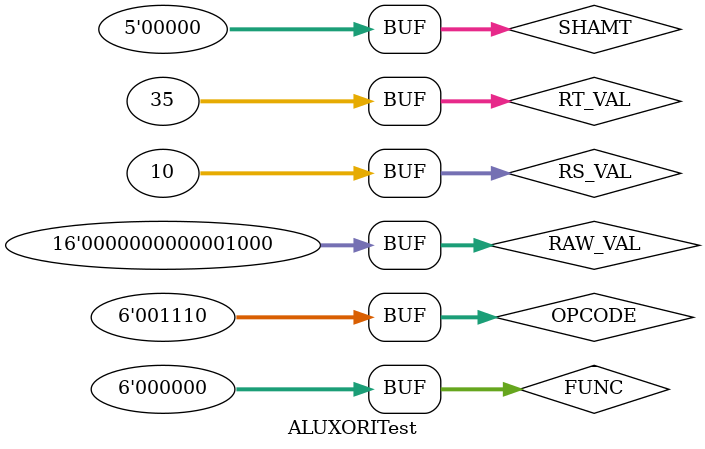
<source format=v>
`timescale 1ns / 1ps


module ALUXORITest;

	// Inputs
	reg [5:0] OPCODE;
	reg [31:0] RS_VAL;
	reg [31:0] RT_VAL;
	reg [4:0] SHAMT;
	reg [5:0] FUNC;
	reg [15:0] RAW_VAL;

	// Outputs
	wire [31:0] RESULT;
	wire SIG_B;

	// Instantiate the Unit Under Test (UUT)
	ALU uut (
		.RESULT(RESULT), 
		.SIG_B(SIG_B), 
		.OPCODE(OPCODE), 
		.RS_VAL(RS_VAL), 
		.RT_VAL(RT_VAL), 
		.SHAMT(SHAMT), 
		.FUNC(FUNC), 
		.RAW_VAL(RAW_VAL)
	);

	initial begin
		// Initialize Inputs
		OPCODE = 0;
		RS_VAL = 0;
		RT_VAL = 0;
		SHAMT = 0;
		FUNC = 0;
		RAW_VAL = 0;

		// Wait 100 ns for global reset to finish
		  #100;
        
		  OPCODE = 6'b001110;
        RS_VAL = 20;
        RT_VAL = 12;
        SHAMT = 0;
        RAW_VAL = 19;
        #100;

        OPCODE = 6'b001110;
        RS_VAL = 33;
        RT_VAL = 2;
        SHAMT = 0;
        RAW_VAL = 14;
        #100;

        OPCODE = 6'b001110;
        RS_VAL = 10;
        RT_VAL = 35;
        SHAMT = 0;
        RAW_VAL = 8;
        #100;

	end
      
endmodule


</source>
